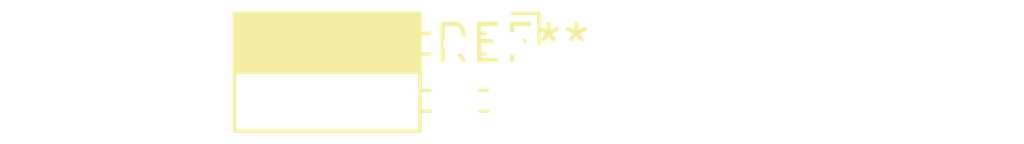
<source format=kicad_pcb>
(kicad_pcb (version 20240108) (generator pcbnew)
  (layers (0 "F.Cu" signal) (31 "B.Cu" signal) (34 "B.Paste" user) (35 "F.Paste" user) (36 "B.SilkS" user "B.Silkscreen") (37 "F.SilkS" user "F.Silkscreen") (38 "B.Mask" user) (39 "F.Mask" user) (44 "Edge.Cuts" user))
  (net 0 "")
  (footprint "PinSocket_2x02_P2.00mm_Horizontal" (layer "F.Cu") (at 0 0)
    (property "Reference" "REF**")
    (property "Value" "PinSocket_2x02_P2.00mm_Horizontal")
    (fp_line (start -9.68 -1.06) (end -9.68 3.06) (layer "F.SilkS") (stroke (width 0.12)))
    (fp_line (start -9.68 -1.06) (end -3.21 -1.06) (layer "F.SilkS") (stroke (width 0.12)))
    (fp_line (start -9.68 -0.94) (end -3.21 -0.94) (layer "F.SilkS") (stroke (width 0.12)))
    (fp_line (start -9.68 -0.825882) (end -3.21 -0.825882) (layer "F.SilkS") (stroke (width 0.12)))
    (fp_line (start -9.68 -0.711764) (end -3.21 -0.711764) (layer "F.SilkS") (stroke (width 0.12)))
    (fp_line (start -9.68 -0.597646) (end -3.21 -0.597646) (layer "F.SilkS") (stroke (width 0.12)))
    (fp_line (start -9.68 -0.483528) (end -3.21 -0.483528) (layer "F.SilkS") (stroke (width 0.12)))
    (fp_line (start -9.68 -0.36941) (end -3.21 -0.36941) (layer "F.SilkS") (stroke (width 0.12)))
    (fp_line (start -9.68 -0.255292) (end -3.21 -0.255292) (layer "F.SilkS") (stroke (width 0.12)))
    (fp_line (start -9.68 -0.141174) (end -3.21 -0.141174) (layer "F.SilkS") (stroke (width 0.12)))
    (fp_line (start -9.68 -0.027056) (end -3.21 -0.027056) (layer "F.SilkS") (stroke (width 0.12)))
    (fp_line (start -9.68 0.087062) (end -3.21 0.087062) (layer "F.SilkS") (stroke (width 0.12)))
    (fp_line (start -9.68 0.20118) (end -3.21 0.20118) (layer "F.SilkS") (stroke (width 0.12)))
    (fp_line (start -9.68 0.315298) (end -3.21 0.315298) (layer "F.SilkS") (stroke (width 0.12)))
    (fp_line (start -9.68 0.429416) (end -3.21 0.429416) (layer "F.SilkS") (stroke (width 0.12)))
    (fp_line (start -9.68 0.543534) (end -3.21 0.543534) (layer "F.SilkS") (stroke (width 0.12)))
    (fp_line (start -9.68 0.657652) (end -3.21 0.657652) (layer "F.SilkS") (stroke (width 0.12)))
    (fp_line (start -9.68 0.77177) (end -3.21 0.77177) (layer "F.SilkS") (stroke (width 0.12)))
    (fp_line (start -9.68 0.885888) (end -3.21 0.885888) (layer "F.SilkS") (stroke (width 0.12)))
    (fp_line (start -9.68 1) (end -3.21 1) (layer "F.SilkS") (stroke (width 0.12)))
    (fp_line (start -9.68 3.06) (end -3.21 3.06) (layer "F.SilkS") (stroke (width 0.12)))
    (fp_line (start -3.21 -1.06) (end -3.21 3.06) (layer "F.SilkS") (stroke (width 0.12)))
    (fp_line (start -3.21 -0.36) (end -2.862917 -0.36) (layer "F.SilkS") (stroke (width 0.12)))
    (fp_line (start -3.21 0.36) (end -2.862917 0.36) (layer "F.SilkS") (stroke (width 0.12)))
    (fp_line (start -3.21 1.64) (end -2.862917 1.64) (layer "F.SilkS") (stroke (width 0.12)))
    (fp_line (start -3.21 2.36) (end -2.862917 2.36) (layer "F.SilkS") (stroke (width 0.12)))
    (fp_line (start -1.137083 -0.36) (end -0.935 -0.36) (layer "F.SilkS") (stroke (width 0.12)))
    (fp_line (start -1.137083 0.36) (end -0.935 0.36) (layer "F.SilkS") (stroke (width 0.12)))
    (fp_line (start -1.137083 1.64) (end -0.862917 1.64) (layer "F.SilkS") (stroke (width 0.12)))
    (fp_line (start -1.137083 2.36) (end -0.862917 2.36) (layer "F.SilkS") (stroke (width 0.12)))
    (fp_line (start 0 -1.06) (end 0.935 -1.06) (layer "F.SilkS") (stroke (width 0.12)))
    (fp_line (start 0.935 -1.06) (end 0.935 0) (layer "F.SilkS") (stroke (width 0.12)))
    (pad "1" thru_hole rect (at 0 0) (size 1.35 1.35) (drill 0.8) (layers *.Cu *.Mask) (remove_unused_layers))
    (pad "2" thru_hole oval (at -2 0) (size 1.35 1.35) (drill 0.8) (layers *.Cu *.Mask) (remove_unused_layers))
    (pad "3" thru_hole oval (at 0 2) (size 1.35 1.35) (drill 0.8) (layers *.Cu *.Mask) (remove_unused_layers))
    (pad "4" thru_hole oval (at -2 2) (size 1.35 1.35) (drill 0.8) (layers *.Cu *.Mask) (remove_unused_layers))
  )
)
</source>
